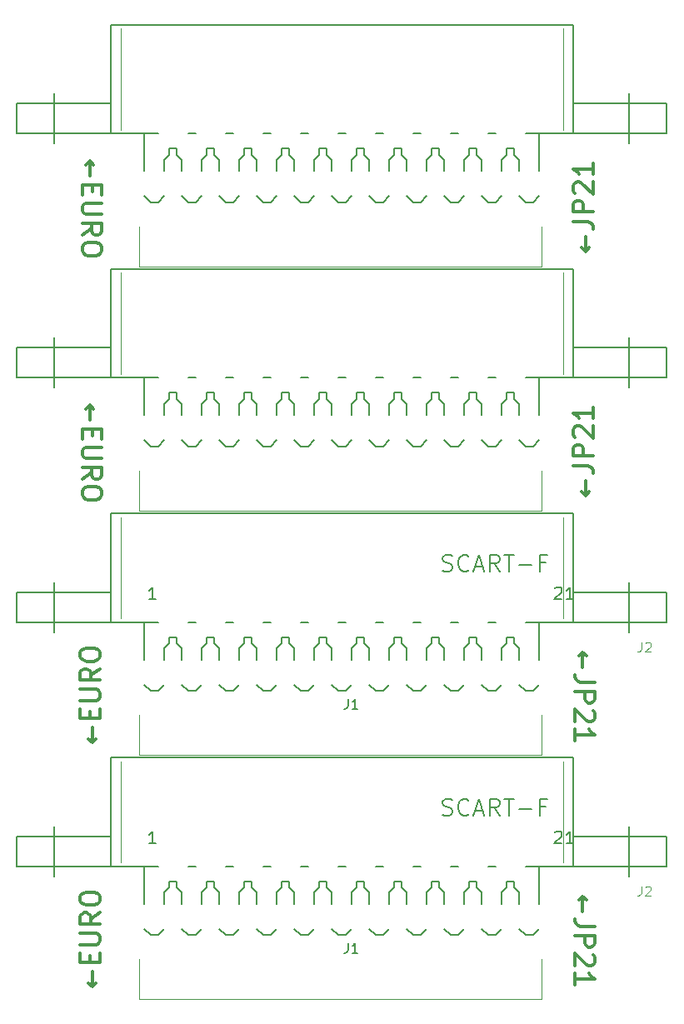
<source format=gto>
G04 #@! TF.GenerationSoftware,KiCad,Pcbnew,(5.1.0)-1*
G04 #@! TF.CreationDate,2019-08-09T15:31:12-04:00*
G04 #@! TF.ProjectId,4x_PANEL,34785f50-414e-4454-9c2e-6b696361645f,rev?*
G04 #@! TF.SameCoordinates,Original*
G04 #@! TF.FileFunction,Legend,Top*
G04 #@! TF.FilePolarity,Positive*
%FSLAX46Y46*%
G04 Gerber Fmt 4.6, Leading zero omitted, Abs format (unit mm)*
G04 Created by KiCad (PCBNEW (5.1.0)-1) date 2019-08-09 15:31:12*
%MOMM*%
%LPD*%
G04 APERTURE LIST*
%ADD10C,0.300000*%
%ADD11C,0.120000*%
%ADD12C,0.152400*%
%ADD13C,0.050800*%
%ADD14C,0.150000*%
%ADD15C,0.096520*%
%ADD16C,0.177800*%
%ADD17C,0.127000*%
G04 APERTURE END LIST*
D10*
X106542857Y-138638095D02*
X106542857Y-140161904D01*
X106923809Y-139780952D02*
X106542857Y-140161904D01*
X106161904Y-139780952D01*
X106257142Y-137685714D02*
X106257142Y-137019047D01*
X107304761Y-136733333D02*
X107304761Y-137685714D01*
X105304761Y-137685714D01*
X105304761Y-136733333D01*
X105304761Y-135876190D02*
X106923809Y-135876190D01*
X107114285Y-135780952D01*
X107209523Y-135685714D01*
X107304761Y-135495238D01*
X107304761Y-135114285D01*
X107209523Y-134923809D01*
X107114285Y-134828571D01*
X106923809Y-134733333D01*
X105304761Y-134733333D01*
X107304761Y-132638095D02*
X106352380Y-133304761D01*
X107304761Y-133780952D02*
X105304761Y-133780952D01*
X105304761Y-133019047D01*
X105400000Y-132828571D01*
X105495238Y-132733333D01*
X105685714Y-132638095D01*
X105971428Y-132638095D01*
X106161904Y-132733333D01*
X106257142Y-132828571D01*
X106352380Y-133019047D01*
X106352380Y-133780952D01*
X105304761Y-131400000D02*
X105304761Y-131019047D01*
X105400000Y-130828571D01*
X105590476Y-130638095D01*
X105971428Y-130542857D01*
X106638095Y-130542857D01*
X107019047Y-130638095D01*
X107209523Y-130828571D01*
X107304761Y-131019047D01*
X107304761Y-131400000D01*
X107209523Y-131590476D01*
X107019047Y-131780952D01*
X106638095Y-131876190D01*
X105971428Y-131876190D01*
X105590476Y-131780952D01*
X105400000Y-131590476D01*
X105304761Y-131400000D01*
X156357142Y-132495238D02*
X156357142Y-130971428D01*
X155976190Y-131352380D02*
X156357142Y-130971428D01*
X156738095Y-131352380D01*
X157595238Y-134019047D02*
X156166666Y-134019047D01*
X155880952Y-133923809D01*
X155690476Y-133733333D01*
X155595238Y-133447619D01*
X155595238Y-133257142D01*
X155595238Y-134971428D02*
X157595238Y-134971428D01*
X157595238Y-135733333D01*
X157500000Y-135923809D01*
X157404761Y-136019047D01*
X157214285Y-136114285D01*
X156928571Y-136114285D01*
X156738095Y-136019047D01*
X156642857Y-135923809D01*
X156547619Y-135733333D01*
X156547619Y-134971428D01*
X157404761Y-136876190D02*
X157500000Y-136971428D01*
X157595238Y-137161904D01*
X157595238Y-137638095D01*
X157500000Y-137828571D01*
X157404761Y-137923809D01*
X157214285Y-138019047D01*
X157023809Y-138019047D01*
X156738095Y-137923809D01*
X155595238Y-136780952D01*
X155595238Y-138019047D01*
X155595238Y-139923809D02*
X155595238Y-138780952D01*
X155595238Y-139352380D02*
X157595238Y-139352380D01*
X157309523Y-139161904D01*
X157119047Y-138971428D01*
X157023809Y-138780952D01*
X156642857Y-88704761D02*
X156642857Y-90228571D01*
X157023809Y-89847619D02*
X156642857Y-90228571D01*
X156261904Y-89847619D01*
X155404761Y-87180952D02*
X156833333Y-87180952D01*
X157119047Y-87276190D01*
X157309523Y-87466666D01*
X157404761Y-87752380D01*
X157404761Y-87942857D01*
X157404761Y-86228571D02*
X155404761Y-86228571D01*
X155404761Y-85466666D01*
X155500000Y-85276190D01*
X155595238Y-85180952D01*
X155785714Y-85085714D01*
X156071428Y-85085714D01*
X156261904Y-85180952D01*
X156357142Y-85276190D01*
X156452380Y-85466666D01*
X156452380Y-86228571D01*
X155595238Y-84323809D02*
X155500000Y-84228571D01*
X155404761Y-84038095D01*
X155404761Y-83561904D01*
X155500000Y-83371428D01*
X155595238Y-83276190D01*
X155785714Y-83180952D01*
X155976190Y-83180952D01*
X156261904Y-83276190D01*
X157404761Y-84419047D01*
X157404761Y-83180952D01*
X157404761Y-81276190D02*
X157404761Y-82419047D01*
X157404761Y-81847619D02*
X155404761Y-81847619D01*
X155690476Y-82038095D01*
X155880952Y-82228571D01*
X155976190Y-82419047D01*
X106257142Y-82561904D02*
X106257142Y-81038095D01*
X105876190Y-81419047D02*
X106257142Y-81038095D01*
X106638095Y-81419047D01*
X106542857Y-83514285D02*
X106542857Y-84180952D01*
X105495238Y-84466666D02*
X105495238Y-83514285D01*
X107495238Y-83514285D01*
X107495238Y-84466666D01*
X107495238Y-85323809D02*
X105876190Y-85323809D01*
X105685714Y-85419047D01*
X105590476Y-85514285D01*
X105495238Y-85704761D01*
X105495238Y-86085714D01*
X105590476Y-86276190D01*
X105685714Y-86371428D01*
X105876190Y-86466666D01*
X107495238Y-86466666D01*
X105495238Y-88561904D02*
X106447619Y-87895238D01*
X105495238Y-87419047D02*
X107495238Y-87419047D01*
X107495238Y-88180952D01*
X107400000Y-88371428D01*
X107304761Y-88466666D01*
X107114285Y-88561904D01*
X106828571Y-88561904D01*
X106638095Y-88466666D01*
X106542857Y-88371428D01*
X106447619Y-88180952D01*
X106447619Y-87419047D01*
X107495238Y-89800000D02*
X107495238Y-90180952D01*
X107400000Y-90371428D01*
X107209523Y-90561904D01*
X106828571Y-90657142D01*
X106161904Y-90657142D01*
X105780952Y-90561904D01*
X105590476Y-90371428D01*
X105495238Y-90180952D01*
X105495238Y-89800000D01*
X105590476Y-89609523D01*
X105780952Y-89419047D01*
X106161904Y-89323809D01*
X106828571Y-89323809D01*
X107209523Y-89419047D01*
X107400000Y-89609523D01*
X107495238Y-89800000D01*
X156642857Y-113504761D02*
X156642857Y-115028571D01*
X157023809Y-114647619D02*
X156642857Y-115028571D01*
X156261904Y-114647619D01*
X155404761Y-111980952D02*
X156833333Y-111980952D01*
X157119047Y-112076190D01*
X157309523Y-112266666D01*
X157404761Y-112552380D01*
X157404761Y-112742857D01*
X157404761Y-111028571D02*
X155404761Y-111028571D01*
X155404761Y-110266666D01*
X155500000Y-110076190D01*
X155595238Y-109980952D01*
X155785714Y-109885714D01*
X156071428Y-109885714D01*
X156261904Y-109980952D01*
X156357142Y-110076190D01*
X156452380Y-110266666D01*
X156452380Y-111028571D01*
X155595238Y-109123809D02*
X155500000Y-109028571D01*
X155404761Y-108838095D01*
X155404761Y-108361904D01*
X155500000Y-108171428D01*
X155595238Y-108076190D01*
X155785714Y-107980952D01*
X155976190Y-107980952D01*
X156261904Y-108076190D01*
X157404761Y-109219047D01*
X157404761Y-107980952D01*
X157404761Y-106076190D02*
X157404761Y-107219047D01*
X157404761Y-106647619D02*
X155404761Y-106647619D01*
X155690476Y-106838095D01*
X155880952Y-107028571D01*
X155976190Y-107219047D01*
X106257142Y-107361904D02*
X106257142Y-105838095D01*
X105876190Y-106219047D02*
X106257142Y-105838095D01*
X106638095Y-106219047D01*
X106542857Y-108314285D02*
X106542857Y-108980952D01*
X105495238Y-109266666D02*
X105495238Y-108314285D01*
X107495238Y-108314285D01*
X107495238Y-109266666D01*
X107495238Y-110123809D02*
X105876190Y-110123809D01*
X105685714Y-110219047D01*
X105590476Y-110314285D01*
X105495238Y-110504761D01*
X105495238Y-110885714D01*
X105590476Y-111076190D01*
X105685714Y-111171428D01*
X105876190Y-111266666D01*
X107495238Y-111266666D01*
X105495238Y-113361904D02*
X106447619Y-112695238D01*
X105495238Y-112219047D02*
X107495238Y-112219047D01*
X107495238Y-112980952D01*
X107400000Y-113171428D01*
X107304761Y-113266666D01*
X107114285Y-113361904D01*
X106828571Y-113361904D01*
X106638095Y-113266666D01*
X106542857Y-113171428D01*
X106447619Y-112980952D01*
X106447619Y-112219047D01*
X107495238Y-114600000D02*
X107495238Y-114980952D01*
X107400000Y-115171428D01*
X107209523Y-115361904D01*
X106828571Y-115457142D01*
X106161904Y-115457142D01*
X105780952Y-115361904D01*
X105590476Y-115171428D01*
X105495238Y-114980952D01*
X105495238Y-114600000D01*
X105590476Y-114409523D01*
X105780952Y-114219047D01*
X106161904Y-114123809D01*
X106828571Y-114123809D01*
X107209523Y-114219047D01*
X107400000Y-114409523D01*
X107495238Y-114600000D01*
X156357142Y-157295238D02*
X156357142Y-155771428D01*
X155976190Y-156152380D02*
X156357142Y-155771428D01*
X156738095Y-156152380D01*
X157595238Y-158819047D02*
X156166666Y-158819047D01*
X155880952Y-158723809D01*
X155690476Y-158533333D01*
X155595238Y-158247619D01*
X155595238Y-158057142D01*
X155595238Y-159771428D02*
X157595238Y-159771428D01*
X157595238Y-160533333D01*
X157500000Y-160723809D01*
X157404761Y-160819047D01*
X157214285Y-160914285D01*
X156928571Y-160914285D01*
X156738095Y-160819047D01*
X156642857Y-160723809D01*
X156547619Y-160533333D01*
X156547619Y-159771428D01*
X157404761Y-161676190D02*
X157500000Y-161771428D01*
X157595238Y-161961904D01*
X157595238Y-162438095D01*
X157500000Y-162628571D01*
X157404761Y-162723809D01*
X157214285Y-162819047D01*
X157023809Y-162819047D01*
X156738095Y-162723809D01*
X155595238Y-161580952D01*
X155595238Y-162819047D01*
X155595238Y-164723809D02*
X155595238Y-163580952D01*
X155595238Y-164152380D02*
X157595238Y-164152380D01*
X157309523Y-163961904D01*
X157119047Y-163771428D01*
X157023809Y-163580952D01*
X106542857Y-163438095D02*
X106542857Y-164961904D01*
X106923809Y-164580952D02*
X106542857Y-164961904D01*
X106161904Y-164580952D01*
X106257142Y-162485714D02*
X106257142Y-161819047D01*
X107304761Y-161533333D02*
X107304761Y-162485714D01*
X105304761Y-162485714D01*
X105304761Y-161533333D01*
X105304761Y-160676190D02*
X106923809Y-160676190D01*
X107114285Y-160580952D01*
X107209523Y-160485714D01*
X107304761Y-160295238D01*
X107304761Y-159914285D01*
X107209523Y-159723809D01*
X107114285Y-159628571D01*
X106923809Y-159533333D01*
X105304761Y-159533333D01*
X107304761Y-157438095D02*
X106352380Y-158104761D01*
X107304761Y-158580952D02*
X105304761Y-158580952D01*
X105304761Y-157819047D01*
X105400000Y-157628571D01*
X105495238Y-157533333D01*
X105685714Y-157438095D01*
X105971428Y-157438095D01*
X106161904Y-157533333D01*
X106257142Y-157628571D01*
X106352380Y-157819047D01*
X106352380Y-158580952D01*
X105304761Y-156200000D02*
X105304761Y-155819047D01*
X105400000Y-155628571D01*
X105590476Y-155438095D01*
X105971428Y-155342857D01*
X106638095Y-155342857D01*
X107019047Y-155438095D01*
X107209523Y-155628571D01*
X107304761Y-155819047D01*
X107304761Y-156200000D01*
X107209523Y-156390476D01*
X107019047Y-156580952D01*
X106638095Y-156676190D01*
X105971428Y-156676190D01*
X105590476Y-156580952D01*
X105400000Y-156390476D01*
X105304761Y-156200000D01*
D11*
X111250000Y-138800501D02*
X111250000Y-137340001D01*
X152144000Y-141404001D02*
X152144000Y-137340001D01*
X111250000Y-141404001D02*
X152144000Y-141404001D01*
X111250000Y-141340501D02*
X111250000Y-141404001D01*
X111250000Y-141340501D02*
X111250000Y-138800501D01*
D12*
X161110000Y-123836000D02*
X161110000Y-128916000D01*
X102690000Y-123836000D02*
X102690000Y-128916000D01*
D13*
X154379000Y-127519000D02*
X154379000Y-117232000D01*
D12*
X155395000Y-116851000D02*
X155395000Y-124852000D01*
X164920000Y-124852000D02*
X155395000Y-124852000D01*
X164920000Y-124852000D02*
X164920000Y-127900000D01*
X155395000Y-127900000D02*
X164920000Y-127900000D01*
X155395000Y-124852000D02*
X155395000Y-127900000D01*
X151966000Y-127900000D02*
X155395000Y-127900000D01*
X151966000Y-127900000D02*
X151966000Y-131710000D01*
X151331000Y-134885000D02*
X151966000Y-134250000D01*
X150569000Y-134885000D02*
X151331000Y-134885000D01*
X149934000Y-134250000D02*
X150569000Y-134885000D01*
X150569000Y-127900000D02*
X151966000Y-127900000D01*
X149934000Y-130567000D02*
X149934000Y-131710000D01*
X149426000Y-130059000D02*
X149934000Y-130567000D01*
X149426000Y-129424000D02*
X149426000Y-130059000D01*
X148664000Y-129424000D02*
X149426000Y-129424000D01*
X148664000Y-130059000D02*
X148664000Y-129424000D01*
X148156000Y-130567000D02*
X148664000Y-130059000D01*
X148156000Y-131710000D02*
X148156000Y-130567000D01*
X147521000Y-134885000D02*
X148156000Y-134250000D01*
X146759000Y-134885000D02*
X147521000Y-134885000D01*
X146124000Y-134250000D02*
X146759000Y-134885000D01*
X146124000Y-130567000D02*
X146124000Y-131710000D01*
X145616000Y-130059000D02*
X146124000Y-130567000D01*
X145616000Y-129424000D02*
X145616000Y-130059000D01*
X144854000Y-129424000D02*
X145616000Y-129424000D01*
X144854000Y-130059000D02*
X144854000Y-129424000D01*
X144346000Y-130567000D02*
X144854000Y-130059000D01*
X144346000Y-131710000D02*
X144346000Y-130567000D01*
X143711000Y-134885000D02*
X144346000Y-134250000D01*
X146759000Y-127900000D02*
X147521000Y-127900000D01*
X142949000Y-127900000D02*
X143711000Y-127900000D01*
X142949000Y-134885000D02*
X143711000Y-134885000D01*
X142314000Y-134250000D02*
X142949000Y-134885000D01*
X139139000Y-127900000D02*
X139901000Y-127900000D01*
X142314000Y-130567000D02*
X142314000Y-131710000D01*
X141806000Y-130059000D02*
X142314000Y-130567000D01*
X141806000Y-129424000D02*
X141806000Y-130059000D01*
X141044000Y-129424000D02*
X141806000Y-129424000D01*
X141044000Y-130059000D02*
X141044000Y-129424000D01*
X140536000Y-130567000D02*
X141044000Y-130059000D01*
X140536000Y-131710000D02*
X140536000Y-130567000D01*
X139901000Y-134885000D02*
X140536000Y-134250000D01*
X139139000Y-134885000D02*
X139901000Y-134885000D01*
X138504000Y-134250000D02*
X139139000Y-134885000D01*
X138504000Y-130567000D02*
X138504000Y-131710000D01*
X137996000Y-130059000D02*
X138504000Y-130567000D01*
X137996000Y-129424000D02*
X137996000Y-130059000D01*
X137234000Y-129424000D02*
X137996000Y-129424000D01*
X137234000Y-130059000D02*
X137234000Y-129424000D01*
X136726000Y-130567000D02*
X137234000Y-130059000D01*
X136726000Y-131710000D02*
X136726000Y-130567000D01*
X135329000Y-127900000D02*
X136091000Y-127900000D01*
X136091000Y-134885000D02*
X136726000Y-134250000D01*
X135329000Y-134885000D02*
X136091000Y-134885000D01*
X134694000Y-134250000D02*
X135329000Y-134885000D01*
X134694000Y-130567000D02*
X134694000Y-131710000D01*
X134186000Y-130059000D02*
X134694000Y-130567000D01*
X134186000Y-129424000D02*
X134186000Y-130059000D01*
X133424000Y-129424000D02*
X134186000Y-129424000D01*
X133424000Y-130059000D02*
X133424000Y-129424000D01*
X132916000Y-130567000D02*
X133424000Y-130059000D01*
X132916000Y-131710000D02*
X132916000Y-130567000D01*
X132281000Y-134885000D02*
X132916000Y-134250000D01*
X131519000Y-134885000D02*
X132281000Y-134885000D01*
X130884000Y-134250000D02*
X131519000Y-134885000D01*
X131519000Y-127900000D02*
X132281000Y-127900000D01*
X127709000Y-127900000D02*
X128471000Y-127900000D01*
X123899000Y-127900000D02*
X124661000Y-127900000D01*
X130884000Y-130567000D02*
X130884000Y-131710000D01*
X130376000Y-130059000D02*
X130884000Y-130567000D01*
X130376000Y-129424000D02*
X130376000Y-130059000D01*
X129614000Y-129424000D02*
X130376000Y-129424000D01*
X129614000Y-130059000D02*
X129614000Y-129424000D01*
X129106000Y-130567000D02*
X129614000Y-130059000D01*
X129106000Y-131710000D02*
X129106000Y-130567000D01*
X128471000Y-134885000D02*
X129106000Y-134250000D01*
X127709000Y-134885000D02*
X128471000Y-134885000D01*
X127074000Y-134250000D02*
X127709000Y-134885000D01*
X127074000Y-130567000D02*
X127074000Y-131710000D01*
X126566000Y-130059000D02*
X127074000Y-130567000D01*
X126566000Y-129424000D02*
X126566000Y-130059000D01*
X125804000Y-129424000D02*
X126566000Y-129424000D01*
X125804000Y-130059000D02*
X125804000Y-129424000D01*
X125296000Y-130567000D02*
X125804000Y-130059000D01*
X125296000Y-131710000D02*
X125296000Y-130567000D01*
X124661000Y-134885000D02*
X125296000Y-134250000D01*
X123899000Y-134885000D02*
X124661000Y-134885000D01*
X123264000Y-134250000D02*
X123899000Y-134885000D01*
X123264000Y-130567000D02*
X123264000Y-131710000D01*
X122756000Y-130059000D02*
X123264000Y-130567000D01*
X122756000Y-129424000D02*
X122756000Y-130059000D01*
X121994000Y-129424000D02*
X122756000Y-129424000D01*
X121994000Y-130059000D02*
X121994000Y-129424000D01*
X121486000Y-130567000D02*
X121994000Y-130059000D01*
X121486000Y-131710000D02*
X121486000Y-130567000D01*
X120851000Y-134885000D02*
X121486000Y-134250000D01*
X120089000Y-134885000D02*
X120851000Y-134885000D01*
X119454000Y-134250000D02*
X120089000Y-134885000D01*
X120089000Y-127900000D02*
X120851000Y-127900000D01*
X116279000Y-127900000D02*
X117041000Y-127900000D01*
X118184000Y-129424000D02*
X118946000Y-129424000D01*
X114374000Y-129424000D02*
X115136000Y-129424000D01*
X118946000Y-129424000D02*
X118946000Y-130059000D01*
X118184000Y-130059000D02*
X118184000Y-129424000D01*
X119454000Y-130567000D02*
X119454000Y-131710000D01*
X118946000Y-130059000D02*
X119454000Y-130567000D01*
X117676000Y-130567000D02*
X118184000Y-130059000D01*
X113231000Y-134885000D02*
X112469000Y-134885000D01*
X117676000Y-131710000D02*
X117676000Y-130567000D01*
X117041000Y-134885000D02*
X117676000Y-134250000D01*
X116279000Y-134885000D02*
X117041000Y-134885000D01*
X115644000Y-134250000D02*
X116279000Y-134885000D01*
X115644000Y-130567000D02*
X115644000Y-131710000D01*
X115136000Y-130059000D02*
X115644000Y-130567000D01*
X115136000Y-129424000D02*
X115136000Y-130059000D01*
X114374000Y-130059000D02*
X114374000Y-129424000D01*
X113866000Y-130567000D02*
X114374000Y-130059000D01*
X113866000Y-131710000D02*
X113866000Y-130567000D01*
X111834000Y-134250000D02*
X112469000Y-134885000D01*
X113231000Y-134885000D02*
X113866000Y-134250000D01*
X111834000Y-127900000D02*
X111834000Y-131710000D01*
D13*
X109421000Y-127519000D02*
X109421000Y-117232000D01*
D12*
X108405000Y-124852000D02*
X108405000Y-127900000D01*
X111834000Y-127900000D02*
X113231000Y-127900000D01*
X108405000Y-127900000D02*
X111834000Y-127900000D01*
X98880000Y-127900000D02*
X108405000Y-127900000D01*
X98880000Y-124852000D02*
X98880000Y-127900000D01*
X108405000Y-124852000D02*
X98880000Y-124852000D01*
X108405000Y-116851000D02*
X108405000Y-124852000D01*
X155395000Y-116851000D02*
X108405000Y-116851000D01*
X155395000Y-67201000D02*
X108405000Y-67201000D01*
X108405000Y-67201000D02*
X108405000Y-75202000D01*
X108405000Y-75202000D02*
X98880000Y-75202000D01*
X98880000Y-75202000D02*
X98880000Y-78250000D01*
X98880000Y-78250000D02*
X108405000Y-78250000D01*
X108405000Y-78250000D02*
X111834000Y-78250000D01*
X111834000Y-78250000D02*
X113231000Y-78250000D01*
X108405000Y-75202000D02*
X108405000Y-78250000D01*
D13*
X109421000Y-77869000D02*
X109421000Y-67582000D01*
D12*
X111834000Y-78250000D02*
X111834000Y-82060000D01*
X113231000Y-85235000D02*
X113866000Y-84600000D01*
X111834000Y-84600000D02*
X112469000Y-85235000D01*
X113866000Y-82060000D02*
X113866000Y-80917000D01*
X113866000Y-80917000D02*
X114374000Y-80409000D01*
X114374000Y-80409000D02*
X114374000Y-79774000D01*
X115136000Y-79774000D02*
X115136000Y-80409000D01*
X115136000Y-80409000D02*
X115644000Y-80917000D01*
X115644000Y-80917000D02*
X115644000Y-82060000D01*
X115644000Y-84600000D02*
X116279000Y-85235000D01*
X116279000Y-85235000D02*
X117041000Y-85235000D01*
X117041000Y-85235000D02*
X117676000Y-84600000D01*
X117676000Y-82060000D02*
X117676000Y-80917000D01*
X113231000Y-85235000D02*
X112469000Y-85235000D01*
X117676000Y-80917000D02*
X118184000Y-80409000D01*
X118946000Y-80409000D02*
X119454000Y-80917000D01*
X119454000Y-80917000D02*
X119454000Y-82060000D01*
X118184000Y-80409000D02*
X118184000Y-79774000D01*
X118946000Y-79774000D02*
X118946000Y-80409000D01*
X114374000Y-79774000D02*
X115136000Y-79774000D01*
X118184000Y-79774000D02*
X118946000Y-79774000D01*
X116279000Y-78250000D02*
X117041000Y-78250000D01*
X120089000Y-78250000D02*
X120851000Y-78250000D01*
X119454000Y-84600000D02*
X120089000Y-85235000D01*
X120089000Y-85235000D02*
X120851000Y-85235000D01*
X120851000Y-85235000D02*
X121486000Y-84600000D01*
X121486000Y-82060000D02*
X121486000Y-80917000D01*
X121486000Y-80917000D02*
X121994000Y-80409000D01*
X121994000Y-80409000D02*
X121994000Y-79774000D01*
X121994000Y-79774000D02*
X122756000Y-79774000D01*
X122756000Y-79774000D02*
X122756000Y-80409000D01*
X122756000Y-80409000D02*
X123264000Y-80917000D01*
X123264000Y-80917000D02*
X123264000Y-82060000D01*
X123264000Y-84600000D02*
X123899000Y-85235000D01*
X123899000Y-85235000D02*
X124661000Y-85235000D01*
X124661000Y-85235000D02*
X125296000Y-84600000D01*
X125296000Y-82060000D02*
X125296000Y-80917000D01*
X125296000Y-80917000D02*
X125804000Y-80409000D01*
X125804000Y-80409000D02*
X125804000Y-79774000D01*
X125804000Y-79774000D02*
X126566000Y-79774000D01*
X126566000Y-79774000D02*
X126566000Y-80409000D01*
X126566000Y-80409000D02*
X127074000Y-80917000D01*
X127074000Y-80917000D02*
X127074000Y-82060000D01*
X127074000Y-84600000D02*
X127709000Y-85235000D01*
X127709000Y-85235000D02*
X128471000Y-85235000D01*
X128471000Y-85235000D02*
X129106000Y-84600000D01*
X129106000Y-82060000D02*
X129106000Y-80917000D01*
X129106000Y-80917000D02*
X129614000Y-80409000D01*
X129614000Y-80409000D02*
X129614000Y-79774000D01*
X129614000Y-79774000D02*
X130376000Y-79774000D01*
X130376000Y-79774000D02*
X130376000Y-80409000D01*
X130376000Y-80409000D02*
X130884000Y-80917000D01*
X130884000Y-80917000D02*
X130884000Y-82060000D01*
X123899000Y-78250000D02*
X124661000Y-78250000D01*
X127709000Y-78250000D02*
X128471000Y-78250000D01*
X131519000Y-78250000D02*
X132281000Y-78250000D01*
X130884000Y-84600000D02*
X131519000Y-85235000D01*
X131519000Y-85235000D02*
X132281000Y-85235000D01*
X132281000Y-85235000D02*
X132916000Y-84600000D01*
X132916000Y-82060000D02*
X132916000Y-80917000D01*
X132916000Y-80917000D02*
X133424000Y-80409000D01*
X133424000Y-80409000D02*
X133424000Y-79774000D01*
X133424000Y-79774000D02*
X134186000Y-79774000D01*
X134186000Y-79774000D02*
X134186000Y-80409000D01*
X134186000Y-80409000D02*
X134694000Y-80917000D01*
X134694000Y-80917000D02*
X134694000Y-82060000D01*
X134694000Y-84600000D02*
X135329000Y-85235000D01*
X135329000Y-85235000D02*
X136091000Y-85235000D01*
X136091000Y-85235000D02*
X136726000Y-84600000D01*
X135329000Y-78250000D02*
X136091000Y-78250000D01*
X136726000Y-82060000D02*
X136726000Y-80917000D01*
X136726000Y-80917000D02*
X137234000Y-80409000D01*
X137234000Y-80409000D02*
X137234000Y-79774000D01*
X137234000Y-79774000D02*
X137996000Y-79774000D01*
X137996000Y-79774000D02*
X137996000Y-80409000D01*
X137996000Y-80409000D02*
X138504000Y-80917000D01*
X138504000Y-80917000D02*
X138504000Y-82060000D01*
X138504000Y-84600000D02*
X139139000Y-85235000D01*
X139139000Y-85235000D02*
X139901000Y-85235000D01*
X139901000Y-85235000D02*
X140536000Y-84600000D01*
X140536000Y-82060000D02*
X140536000Y-80917000D01*
X140536000Y-80917000D02*
X141044000Y-80409000D01*
X141044000Y-80409000D02*
X141044000Y-79774000D01*
X141044000Y-79774000D02*
X141806000Y-79774000D01*
X141806000Y-79774000D02*
X141806000Y-80409000D01*
X141806000Y-80409000D02*
X142314000Y-80917000D01*
X142314000Y-80917000D02*
X142314000Y-82060000D01*
X139139000Y-78250000D02*
X139901000Y-78250000D01*
X142314000Y-84600000D02*
X142949000Y-85235000D01*
X142949000Y-85235000D02*
X143711000Y-85235000D01*
X142949000Y-78250000D02*
X143711000Y-78250000D01*
X146759000Y-78250000D02*
X147521000Y-78250000D01*
X143711000Y-85235000D02*
X144346000Y-84600000D01*
X144346000Y-82060000D02*
X144346000Y-80917000D01*
X144346000Y-80917000D02*
X144854000Y-80409000D01*
X144854000Y-80409000D02*
X144854000Y-79774000D01*
X144854000Y-79774000D02*
X145616000Y-79774000D01*
X145616000Y-79774000D02*
X145616000Y-80409000D01*
X145616000Y-80409000D02*
X146124000Y-80917000D01*
X146124000Y-80917000D02*
X146124000Y-82060000D01*
X146124000Y-84600000D02*
X146759000Y-85235000D01*
X146759000Y-85235000D02*
X147521000Y-85235000D01*
X147521000Y-85235000D02*
X148156000Y-84600000D01*
X148156000Y-82060000D02*
X148156000Y-80917000D01*
X148156000Y-80917000D02*
X148664000Y-80409000D01*
X148664000Y-80409000D02*
X148664000Y-79774000D01*
X148664000Y-79774000D02*
X149426000Y-79774000D01*
X149426000Y-79774000D02*
X149426000Y-80409000D01*
X149426000Y-80409000D02*
X149934000Y-80917000D01*
X149934000Y-80917000D02*
X149934000Y-82060000D01*
X150569000Y-78250000D02*
X151966000Y-78250000D01*
X149934000Y-84600000D02*
X150569000Y-85235000D01*
X150569000Y-85235000D02*
X151331000Y-85235000D01*
X151331000Y-85235000D02*
X151966000Y-84600000D01*
X151966000Y-78250000D02*
X151966000Y-82060000D01*
X151966000Y-78250000D02*
X155395000Y-78250000D01*
X155395000Y-75202000D02*
X155395000Y-78250000D01*
X155395000Y-78250000D02*
X164920000Y-78250000D01*
X164920000Y-75202000D02*
X164920000Y-78250000D01*
X164920000Y-75202000D02*
X155395000Y-75202000D01*
X155395000Y-67201000D02*
X155395000Y-75202000D01*
D13*
X154379000Y-77869000D02*
X154379000Y-67582000D01*
D12*
X102690000Y-74186000D02*
X102690000Y-79266000D01*
X161110000Y-74186000D02*
X161110000Y-79266000D01*
D11*
X111250000Y-91750000D02*
X111250000Y-89210000D01*
X111250000Y-91750000D02*
X111250000Y-91813500D01*
X111250000Y-91813500D02*
X152144000Y-91813500D01*
X152144000Y-91813500D02*
X152144000Y-87749500D01*
X111250000Y-89210000D02*
X111250000Y-87749500D01*
D12*
X161110000Y-98986000D02*
X161110000Y-104066000D01*
X102690000Y-98986000D02*
X102690000Y-104066000D01*
D13*
X154379000Y-102669000D02*
X154379000Y-92382000D01*
D12*
X155395000Y-92001000D02*
X155395000Y-100002000D01*
X164920000Y-100002000D02*
X155395000Y-100002000D01*
X164920000Y-100002000D02*
X164920000Y-103050000D01*
X155395000Y-103050000D02*
X164920000Y-103050000D01*
X155395000Y-100002000D02*
X155395000Y-103050000D01*
X151966000Y-103050000D02*
X155395000Y-103050000D01*
X151966000Y-103050000D02*
X151966000Y-106860000D01*
X151331000Y-110035000D02*
X151966000Y-109400000D01*
X150569000Y-110035000D02*
X151331000Y-110035000D01*
X149934000Y-109400000D02*
X150569000Y-110035000D01*
X150569000Y-103050000D02*
X151966000Y-103050000D01*
X149934000Y-105717000D02*
X149934000Y-106860000D01*
X149426000Y-105209000D02*
X149934000Y-105717000D01*
X149426000Y-104574000D02*
X149426000Y-105209000D01*
X148664000Y-104574000D02*
X149426000Y-104574000D01*
X148664000Y-105209000D02*
X148664000Y-104574000D01*
X148156000Y-105717000D02*
X148664000Y-105209000D01*
X148156000Y-106860000D02*
X148156000Y-105717000D01*
X147521000Y-110035000D02*
X148156000Y-109400000D01*
X146759000Y-110035000D02*
X147521000Y-110035000D01*
X146124000Y-109400000D02*
X146759000Y-110035000D01*
X146124000Y-105717000D02*
X146124000Y-106860000D01*
X145616000Y-105209000D02*
X146124000Y-105717000D01*
X145616000Y-104574000D02*
X145616000Y-105209000D01*
X144854000Y-104574000D02*
X145616000Y-104574000D01*
X144854000Y-105209000D02*
X144854000Y-104574000D01*
X144346000Y-105717000D02*
X144854000Y-105209000D01*
X144346000Y-106860000D02*
X144346000Y-105717000D01*
X143711000Y-110035000D02*
X144346000Y-109400000D01*
X146759000Y-103050000D02*
X147521000Y-103050000D01*
X142949000Y-103050000D02*
X143711000Y-103050000D01*
X142949000Y-110035000D02*
X143711000Y-110035000D01*
X142314000Y-109400000D02*
X142949000Y-110035000D01*
X139139000Y-103050000D02*
X139901000Y-103050000D01*
X142314000Y-105717000D02*
X142314000Y-106860000D01*
X141806000Y-105209000D02*
X142314000Y-105717000D01*
X141806000Y-104574000D02*
X141806000Y-105209000D01*
X141044000Y-104574000D02*
X141806000Y-104574000D01*
X141044000Y-105209000D02*
X141044000Y-104574000D01*
X140536000Y-105717000D02*
X141044000Y-105209000D01*
X140536000Y-106860000D02*
X140536000Y-105717000D01*
X139901000Y-110035000D02*
X140536000Y-109400000D01*
X139139000Y-110035000D02*
X139901000Y-110035000D01*
X138504000Y-109400000D02*
X139139000Y-110035000D01*
X138504000Y-105717000D02*
X138504000Y-106860000D01*
X137996000Y-105209000D02*
X138504000Y-105717000D01*
X137996000Y-104574000D02*
X137996000Y-105209000D01*
X137234000Y-104574000D02*
X137996000Y-104574000D01*
X137234000Y-105209000D02*
X137234000Y-104574000D01*
X136726000Y-105717000D02*
X137234000Y-105209000D01*
X136726000Y-106860000D02*
X136726000Y-105717000D01*
X135329000Y-103050000D02*
X136091000Y-103050000D01*
X136091000Y-110035000D02*
X136726000Y-109400000D01*
X135329000Y-110035000D02*
X136091000Y-110035000D01*
X134694000Y-109400000D02*
X135329000Y-110035000D01*
X134694000Y-105717000D02*
X134694000Y-106860000D01*
X134186000Y-105209000D02*
X134694000Y-105717000D01*
X134186000Y-104574000D02*
X134186000Y-105209000D01*
X133424000Y-104574000D02*
X134186000Y-104574000D01*
X133424000Y-105209000D02*
X133424000Y-104574000D01*
X132916000Y-105717000D02*
X133424000Y-105209000D01*
X132916000Y-106860000D02*
X132916000Y-105717000D01*
X132281000Y-110035000D02*
X132916000Y-109400000D01*
X131519000Y-110035000D02*
X132281000Y-110035000D01*
X130884000Y-109400000D02*
X131519000Y-110035000D01*
X131519000Y-103050000D02*
X132281000Y-103050000D01*
X127709000Y-103050000D02*
X128471000Y-103050000D01*
X123899000Y-103050000D02*
X124661000Y-103050000D01*
X130884000Y-105717000D02*
X130884000Y-106860000D01*
X130376000Y-105209000D02*
X130884000Y-105717000D01*
X130376000Y-104574000D02*
X130376000Y-105209000D01*
X129614000Y-104574000D02*
X130376000Y-104574000D01*
X129614000Y-105209000D02*
X129614000Y-104574000D01*
X129106000Y-105717000D02*
X129614000Y-105209000D01*
X129106000Y-106860000D02*
X129106000Y-105717000D01*
X128471000Y-110035000D02*
X129106000Y-109400000D01*
X127709000Y-110035000D02*
X128471000Y-110035000D01*
X127074000Y-109400000D02*
X127709000Y-110035000D01*
X127074000Y-105717000D02*
X127074000Y-106860000D01*
X126566000Y-105209000D02*
X127074000Y-105717000D01*
X126566000Y-104574000D02*
X126566000Y-105209000D01*
X125804000Y-104574000D02*
X126566000Y-104574000D01*
X125804000Y-105209000D02*
X125804000Y-104574000D01*
X125296000Y-105717000D02*
X125804000Y-105209000D01*
X125296000Y-106860000D02*
X125296000Y-105717000D01*
X124661000Y-110035000D02*
X125296000Y-109400000D01*
X123899000Y-110035000D02*
X124661000Y-110035000D01*
X123264000Y-109400000D02*
X123899000Y-110035000D01*
X123264000Y-105717000D02*
X123264000Y-106860000D01*
X122756000Y-105209000D02*
X123264000Y-105717000D01*
X122756000Y-104574000D02*
X122756000Y-105209000D01*
X121994000Y-104574000D02*
X122756000Y-104574000D01*
X121994000Y-105209000D02*
X121994000Y-104574000D01*
X121486000Y-105717000D02*
X121994000Y-105209000D01*
X121486000Y-106860000D02*
X121486000Y-105717000D01*
X120851000Y-110035000D02*
X121486000Y-109400000D01*
X120089000Y-110035000D02*
X120851000Y-110035000D01*
X119454000Y-109400000D02*
X120089000Y-110035000D01*
X120089000Y-103050000D02*
X120851000Y-103050000D01*
X116279000Y-103050000D02*
X117041000Y-103050000D01*
X118184000Y-104574000D02*
X118946000Y-104574000D01*
X114374000Y-104574000D02*
X115136000Y-104574000D01*
X118946000Y-104574000D02*
X118946000Y-105209000D01*
X118184000Y-105209000D02*
X118184000Y-104574000D01*
X119454000Y-105717000D02*
X119454000Y-106860000D01*
X118946000Y-105209000D02*
X119454000Y-105717000D01*
X117676000Y-105717000D02*
X118184000Y-105209000D01*
X113231000Y-110035000D02*
X112469000Y-110035000D01*
X117676000Y-106860000D02*
X117676000Y-105717000D01*
X117041000Y-110035000D02*
X117676000Y-109400000D01*
X116279000Y-110035000D02*
X117041000Y-110035000D01*
X115644000Y-109400000D02*
X116279000Y-110035000D01*
X115644000Y-105717000D02*
X115644000Y-106860000D01*
X115136000Y-105209000D02*
X115644000Y-105717000D01*
X115136000Y-104574000D02*
X115136000Y-105209000D01*
X114374000Y-105209000D02*
X114374000Y-104574000D01*
X113866000Y-105717000D02*
X114374000Y-105209000D01*
X113866000Y-106860000D02*
X113866000Y-105717000D01*
X111834000Y-109400000D02*
X112469000Y-110035000D01*
X113231000Y-110035000D02*
X113866000Y-109400000D01*
X111834000Y-103050000D02*
X111834000Y-106860000D01*
D13*
X109421000Y-102669000D02*
X109421000Y-92382000D01*
D12*
X108405000Y-100002000D02*
X108405000Y-103050000D01*
X111834000Y-103050000D02*
X113231000Y-103050000D01*
X108405000Y-103050000D02*
X111834000Y-103050000D01*
X98880000Y-103050000D02*
X108405000Y-103050000D01*
X98880000Y-100002000D02*
X98880000Y-103050000D01*
X108405000Y-100002000D02*
X98880000Y-100002000D01*
X108405000Y-92001000D02*
X108405000Y-100002000D01*
X155395000Y-92001000D02*
X108405000Y-92001000D01*
D11*
X111250000Y-114010000D02*
X111250000Y-112549500D01*
X152144000Y-116613500D02*
X152144000Y-112549500D01*
X111250000Y-116613500D02*
X152144000Y-116613500D01*
X111250000Y-116550000D02*
X111250000Y-116613500D01*
X111250000Y-116550000D02*
X111250000Y-114010000D01*
X111250000Y-166140501D02*
X111250000Y-163600501D01*
X111250000Y-166140501D02*
X111250000Y-166204001D01*
X111250000Y-166204001D02*
X152144000Y-166204001D01*
X152144000Y-166204001D02*
X152144000Y-162140001D01*
X111250000Y-163600501D02*
X111250000Y-162140001D01*
D12*
X155395000Y-141651000D02*
X108405000Y-141651000D01*
X108405000Y-141651000D02*
X108405000Y-149652000D01*
X108405000Y-149652000D02*
X98880000Y-149652000D01*
X98880000Y-149652000D02*
X98880000Y-152700000D01*
X98880000Y-152700000D02*
X108405000Y-152700000D01*
X108405000Y-152700000D02*
X111834000Y-152700000D01*
X111834000Y-152700000D02*
X113231000Y-152700000D01*
X108405000Y-149652000D02*
X108405000Y-152700000D01*
D13*
X109421000Y-152319000D02*
X109421000Y-142032000D01*
D12*
X111834000Y-152700000D02*
X111834000Y-156510000D01*
X113231000Y-159685000D02*
X113866000Y-159050000D01*
X111834000Y-159050000D02*
X112469000Y-159685000D01*
X113866000Y-156510000D02*
X113866000Y-155367000D01*
X113866000Y-155367000D02*
X114374000Y-154859000D01*
X114374000Y-154859000D02*
X114374000Y-154224000D01*
X115136000Y-154224000D02*
X115136000Y-154859000D01*
X115136000Y-154859000D02*
X115644000Y-155367000D01*
X115644000Y-155367000D02*
X115644000Y-156510000D01*
X115644000Y-159050000D02*
X116279000Y-159685000D01*
X116279000Y-159685000D02*
X117041000Y-159685000D01*
X117041000Y-159685000D02*
X117676000Y-159050000D01*
X117676000Y-156510000D02*
X117676000Y-155367000D01*
X113231000Y-159685000D02*
X112469000Y-159685000D01*
X117676000Y-155367000D02*
X118184000Y-154859000D01*
X118946000Y-154859000D02*
X119454000Y-155367000D01*
X119454000Y-155367000D02*
X119454000Y-156510000D01*
X118184000Y-154859000D02*
X118184000Y-154224000D01*
X118946000Y-154224000D02*
X118946000Y-154859000D01*
X114374000Y-154224000D02*
X115136000Y-154224000D01*
X118184000Y-154224000D02*
X118946000Y-154224000D01*
X116279000Y-152700000D02*
X117041000Y-152700000D01*
X120089000Y-152700000D02*
X120851000Y-152700000D01*
X119454000Y-159050000D02*
X120089000Y-159685000D01*
X120089000Y-159685000D02*
X120851000Y-159685000D01*
X120851000Y-159685000D02*
X121486000Y-159050000D01*
X121486000Y-156510000D02*
X121486000Y-155367000D01*
X121486000Y-155367000D02*
X121994000Y-154859000D01*
X121994000Y-154859000D02*
X121994000Y-154224000D01*
X121994000Y-154224000D02*
X122756000Y-154224000D01*
X122756000Y-154224000D02*
X122756000Y-154859000D01*
X122756000Y-154859000D02*
X123264000Y-155367000D01*
X123264000Y-155367000D02*
X123264000Y-156510000D01*
X123264000Y-159050000D02*
X123899000Y-159685000D01*
X123899000Y-159685000D02*
X124661000Y-159685000D01*
X124661000Y-159685000D02*
X125296000Y-159050000D01*
X125296000Y-156510000D02*
X125296000Y-155367000D01*
X125296000Y-155367000D02*
X125804000Y-154859000D01*
X125804000Y-154859000D02*
X125804000Y-154224000D01*
X125804000Y-154224000D02*
X126566000Y-154224000D01*
X126566000Y-154224000D02*
X126566000Y-154859000D01*
X126566000Y-154859000D02*
X127074000Y-155367000D01*
X127074000Y-155367000D02*
X127074000Y-156510000D01*
X127074000Y-159050000D02*
X127709000Y-159685000D01*
X127709000Y-159685000D02*
X128471000Y-159685000D01*
X128471000Y-159685000D02*
X129106000Y-159050000D01*
X129106000Y-156510000D02*
X129106000Y-155367000D01*
X129106000Y-155367000D02*
X129614000Y-154859000D01*
X129614000Y-154859000D02*
X129614000Y-154224000D01*
X129614000Y-154224000D02*
X130376000Y-154224000D01*
X130376000Y-154224000D02*
X130376000Y-154859000D01*
X130376000Y-154859000D02*
X130884000Y-155367000D01*
X130884000Y-155367000D02*
X130884000Y-156510000D01*
X123899000Y-152700000D02*
X124661000Y-152700000D01*
X127709000Y-152700000D02*
X128471000Y-152700000D01*
X131519000Y-152700000D02*
X132281000Y-152700000D01*
X130884000Y-159050000D02*
X131519000Y-159685000D01*
X131519000Y-159685000D02*
X132281000Y-159685000D01*
X132281000Y-159685000D02*
X132916000Y-159050000D01*
X132916000Y-156510000D02*
X132916000Y-155367000D01*
X132916000Y-155367000D02*
X133424000Y-154859000D01*
X133424000Y-154859000D02*
X133424000Y-154224000D01*
X133424000Y-154224000D02*
X134186000Y-154224000D01*
X134186000Y-154224000D02*
X134186000Y-154859000D01*
X134186000Y-154859000D02*
X134694000Y-155367000D01*
X134694000Y-155367000D02*
X134694000Y-156510000D01*
X134694000Y-159050000D02*
X135329000Y-159685000D01*
X135329000Y-159685000D02*
X136091000Y-159685000D01*
X136091000Y-159685000D02*
X136726000Y-159050000D01*
X135329000Y-152700000D02*
X136091000Y-152700000D01*
X136726000Y-156510000D02*
X136726000Y-155367000D01*
X136726000Y-155367000D02*
X137234000Y-154859000D01*
X137234000Y-154859000D02*
X137234000Y-154224000D01*
X137234000Y-154224000D02*
X137996000Y-154224000D01*
X137996000Y-154224000D02*
X137996000Y-154859000D01*
X137996000Y-154859000D02*
X138504000Y-155367000D01*
X138504000Y-155367000D02*
X138504000Y-156510000D01*
X138504000Y-159050000D02*
X139139000Y-159685000D01*
X139139000Y-159685000D02*
X139901000Y-159685000D01*
X139901000Y-159685000D02*
X140536000Y-159050000D01*
X140536000Y-156510000D02*
X140536000Y-155367000D01*
X140536000Y-155367000D02*
X141044000Y-154859000D01*
X141044000Y-154859000D02*
X141044000Y-154224000D01*
X141044000Y-154224000D02*
X141806000Y-154224000D01*
X141806000Y-154224000D02*
X141806000Y-154859000D01*
X141806000Y-154859000D02*
X142314000Y-155367000D01*
X142314000Y-155367000D02*
X142314000Y-156510000D01*
X139139000Y-152700000D02*
X139901000Y-152700000D01*
X142314000Y-159050000D02*
X142949000Y-159685000D01*
X142949000Y-159685000D02*
X143711000Y-159685000D01*
X142949000Y-152700000D02*
X143711000Y-152700000D01*
X146759000Y-152700000D02*
X147521000Y-152700000D01*
X143711000Y-159685000D02*
X144346000Y-159050000D01*
X144346000Y-156510000D02*
X144346000Y-155367000D01*
X144346000Y-155367000D02*
X144854000Y-154859000D01*
X144854000Y-154859000D02*
X144854000Y-154224000D01*
X144854000Y-154224000D02*
X145616000Y-154224000D01*
X145616000Y-154224000D02*
X145616000Y-154859000D01*
X145616000Y-154859000D02*
X146124000Y-155367000D01*
X146124000Y-155367000D02*
X146124000Y-156510000D01*
X146124000Y-159050000D02*
X146759000Y-159685000D01*
X146759000Y-159685000D02*
X147521000Y-159685000D01*
X147521000Y-159685000D02*
X148156000Y-159050000D01*
X148156000Y-156510000D02*
X148156000Y-155367000D01*
X148156000Y-155367000D02*
X148664000Y-154859000D01*
X148664000Y-154859000D02*
X148664000Y-154224000D01*
X148664000Y-154224000D02*
X149426000Y-154224000D01*
X149426000Y-154224000D02*
X149426000Y-154859000D01*
X149426000Y-154859000D02*
X149934000Y-155367000D01*
X149934000Y-155367000D02*
X149934000Y-156510000D01*
X150569000Y-152700000D02*
X151966000Y-152700000D01*
X149934000Y-159050000D02*
X150569000Y-159685000D01*
X150569000Y-159685000D02*
X151331000Y-159685000D01*
X151331000Y-159685000D02*
X151966000Y-159050000D01*
X151966000Y-152700000D02*
X151966000Y-156510000D01*
X151966000Y-152700000D02*
X155395000Y-152700000D01*
X155395000Y-149652000D02*
X155395000Y-152700000D01*
X155395000Y-152700000D02*
X164920000Y-152700000D01*
X164920000Y-149652000D02*
X164920000Y-152700000D01*
X164920000Y-149652000D02*
X155395000Y-149652000D01*
X155395000Y-141651000D02*
X155395000Y-149652000D01*
D13*
X154379000Y-152319000D02*
X154379000Y-142032000D01*
D12*
X102690000Y-148636000D02*
X102690000Y-153716000D01*
X161110000Y-148636000D02*
X161110000Y-153716000D01*
D14*
X132506666Y-135712881D02*
X132506666Y-136427167D01*
X132459047Y-136570024D01*
X132363809Y-136665262D01*
X132220952Y-136712881D01*
X132125714Y-136712881D01*
X133506666Y-136712881D02*
X132935238Y-136712881D01*
X133220952Y-136712881D02*
X133220952Y-135712881D01*
X133125714Y-135855739D01*
X133030476Y-135950977D01*
X132935238Y-135998596D01*
D15*
X162313318Y-129936838D02*
X162313318Y-130626266D01*
X162267357Y-130764152D01*
X162175433Y-130856076D01*
X162037547Y-130902038D01*
X161945623Y-130902038D01*
X162726976Y-130028761D02*
X162772938Y-129982800D01*
X162864861Y-129936838D01*
X163094671Y-129936838D01*
X163186595Y-129982800D01*
X163232557Y-130028761D01*
X163278518Y-130120685D01*
X163278518Y-130212609D01*
X163232557Y-130350495D01*
X162681014Y-130902038D01*
X163278518Y-130902038D01*
D16*
X142116303Y-122659133D02*
X142357603Y-122739566D01*
X142759770Y-122739566D01*
X142920636Y-122659133D01*
X143001070Y-122578700D01*
X143081503Y-122417833D01*
X143081503Y-122256966D01*
X143001070Y-122096100D01*
X142920636Y-122015666D01*
X142759770Y-121935233D01*
X142438036Y-121854800D01*
X142277170Y-121774366D01*
X142196736Y-121693933D01*
X142116303Y-121533066D01*
X142116303Y-121372200D01*
X142196736Y-121211333D01*
X142277170Y-121130900D01*
X142438036Y-121050466D01*
X142840203Y-121050466D01*
X143081503Y-121130900D01*
X144770603Y-122578700D02*
X144690170Y-122659133D01*
X144448870Y-122739566D01*
X144288003Y-122739566D01*
X144046703Y-122659133D01*
X143885836Y-122498266D01*
X143805403Y-122337400D01*
X143724970Y-122015666D01*
X143724970Y-121774366D01*
X143805403Y-121452633D01*
X143885836Y-121291766D01*
X144046703Y-121130900D01*
X144288003Y-121050466D01*
X144448870Y-121050466D01*
X144690170Y-121130900D01*
X144770603Y-121211333D01*
X145414070Y-122256966D02*
X146218403Y-122256966D01*
X145253203Y-122739566D02*
X145816236Y-121050466D01*
X146379270Y-122739566D01*
X147907503Y-122739566D02*
X147344470Y-121935233D01*
X146942303Y-122739566D02*
X146942303Y-121050466D01*
X147585770Y-121050466D01*
X147746636Y-121130900D01*
X147827070Y-121211333D01*
X147907503Y-121372200D01*
X147907503Y-121613500D01*
X147827070Y-121774366D01*
X147746636Y-121854800D01*
X147585770Y-121935233D01*
X146942303Y-121935233D01*
X148390103Y-121050466D02*
X149355303Y-121050466D01*
X148872703Y-122739566D02*
X148872703Y-121050466D01*
X149918336Y-122096100D02*
X151205270Y-122096100D01*
X152572636Y-121854800D02*
X152009603Y-121854800D01*
X152009603Y-122739566D02*
X152009603Y-121050466D01*
X152813936Y-121050466D01*
D17*
X153548359Y-124464952D02*
X153605811Y-124407500D01*
X153720716Y-124350047D01*
X154007978Y-124350047D01*
X154122883Y-124407500D01*
X154180335Y-124464952D01*
X154237788Y-124579857D01*
X154237788Y-124694761D01*
X154180335Y-124867119D01*
X153490907Y-125556547D01*
X154237788Y-125556547D01*
X155386835Y-125556547D02*
X154697407Y-125556547D01*
X155042121Y-125556547D02*
X155042121Y-124350047D01*
X154927216Y-124522404D01*
X154812311Y-124637309D01*
X154697407Y-124694761D01*
X112962788Y-125556547D02*
X112273359Y-125556547D01*
X112618073Y-125556547D02*
X112618073Y-124350047D01*
X112503169Y-124522404D01*
X112388264Y-124637309D01*
X112273359Y-124694761D01*
D14*
X132506666Y-160512881D02*
X132506666Y-161227167D01*
X132459047Y-161370024D01*
X132363809Y-161465262D01*
X132220952Y-161512881D01*
X132125714Y-161512881D01*
X133506666Y-161512881D02*
X132935238Y-161512881D01*
X133220952Y-161512881D02*
X133220952Y-160512881D01*
X133125714Y-160655739D01*
X133030476Y-160750977D01*
X132935238Y-160798596D01*
D15*
X162313318Y-154736838D02*
X162313318Y-155426266D01*
X162267357Y-155564152D01*
X162175433Y-155656076D01*
X162037547Y-155702038D01*
X161945623Y-155702038D01*
X162726976Y-154828761D02*
X162772938Y-154782800D01*
X162864861Y-154736838D01*
X163094671Y-154736838D01*
X163186595Y-154782800D01*
X163232557Y-154828761D01*
X163278518Y-154920685D01*
X163278518Y-155012609D01*
X163232557Y-155150495D01*
X162681014Y-155702038D01*
X163278518Y-155702038D01*
D17*
X112962788Y-150356547D02*
X112273359Y-150356547D01*
X112618073Y-150356547D02*
X112618073Y-149150047D01*
X112503169Y-149322404D01*
X112388264Y-149437309D01*
X112273359Y-149494761D01*
X153548359Y-149264952D02*
X153605811Y-149207500D01*
X153720716Y-149150047D01*
X154007978Y-149150047D01*
X154122883Y-149207500D01*
X154180335Y-149264952D01*
X154237788Y-149379857D01*
X154237788Y-149494761D01*
X154180335Y-149667119D01*
X153490907Y-150356547D01*
X154237788Y-150356547D01*
X155386835Y-150356547D02*
X154697407Y-150356547D01*
X155042121Y-150356547D02*
X155042121Y-149150047D01*
X154927216Y-149322404D01*
X154812311Y-149437309D01*
X154697407Y-149494761D01*
D16*
X142116303Y-147459133D02*
X142357603Y-147539566D01*
X142759770Y-147539566D01*
X142920636Y-147459133D01*
X143001070Y-147378700D01*
X143081503Y-147217833D01*
X143081503Y-147056966D01*
X143001070Y-146896100D01*
X142920636Y-146815666D01*
X142759770Y-146735233D01*
X142438036Y-146654800D01*
X142277170Y-146574366D01*
X142196736Y-146493933D01*
X142116303Y-146333066D01*
X142116303Y-146172200D01*
X142196736Y-146011333D01*
X142277170Y-145930900D01*
X142438036Y-145850466D01*
X142840203Y-145850466D01*
X143081503Y-145930900D01*
X144770603Y-147378700D02*
X144690170Y-147459133D01*
X144448870Y-147539566D01*
X144288003Y-147539566D01*
X144046703Y-147459133D01*
X143885836Y-147298266D01*
X143805403Y-147137400D01*
X143724970Y-146815666D01*
X143724970Y-146574366D01*
X143805403Y-146252633D01*
X143885836Y-146091766D01*
X144046703Y-145930900D01*
X144288003Y-145850466D01*
X144448870Y-145850466D01*
X144690170Y-145930900D01*
X144770603Y-146011333D01*
X145414070Y-147056966D02*
X146218403Y-147056966D01*
X145253203Y-147539566D02*
X145816236Y-145850466D01*
X146379270Y-147539566D01*
X147907503Y-147539566D02*
X147344470Y-146735233D01*
X146942303Y-147539566D02*
X146942303Y-145850466D01*
X147585770Y-145850466D01*
X147746636Y-145930900D01*
X147827070Y-146011333D01*
X147907503Y-146172200D01*
X147907503Y-146413500D01*
X147827070Y-146574366D01*
X147746636Y-146654800D01*
X147585770Y-146735233D01*
X146942303Y-146735233D01*
X148390103Y-145850466D02*
X149355303Y-145850466D01*
X148872703Y-147539566D02*
X148872703Y-145850466D01*
X149918336Y-146896100D02*
X151205270Y-146896100D01*
X152572636Y-146654800D02*
X152009603Y-146654800D01*
X152009603Y-147539566D02*
X152009603Y-145850466D01*
X152813936Y-145850466D01*
M02*

</source>
